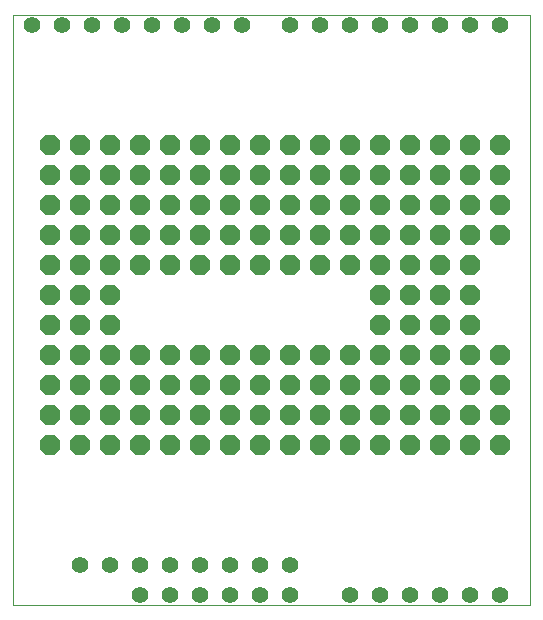
<source format=gbl>
G75*
G70*
%OFA0B0*%
%FSLAX24Y24*%
%IPPOS*%
%LPD*%
%AMOC8*
5,1,8,0,0,1.08239X$1,22.5*
%
%ADD10C,0.0000*%
%ADD11C,0.0550*%
%ADD12OC8,0.0669*%
D10*
X011436Y001147D02*
X011436Y020827D01*
X028686Y020827D01*
X028686Y001147D01*
X011436Y001147D01*
D11*
X013686Y002487D03*
X014686Y002487D03*
X015686Y002487D03*
X016686Y002487D03*
X017686Y002487D03*
X018686Y002487D03*
X019686Y002487D03*
X020686Y002487D03*
X020686Y001487D03*
X019686Y001487D03*
X018686Y001487D03*
X017686Y001487D03*
X016686Y001487D03*
X015686Y001487D03*
X022686Y001487D03*
X023686Y001487D03*
X024686Y001487D03*
X025686Y001487D03*
X026686Y001487D03*
X027686Y001487D03*
X027686Y020487D03*
X026686Y020487D03*
X025686Y020487D03*
X024686Y020487D03*
X023686Y020487D03*
X022686Y020487D03*
X021686Y020487D03*
X020686Y020487D03*
X019086Y020487D03*
X018086Y020487D03*
X017086Y020487D03*
X016086Y020487D03*
X015086Y020487D03*
X014086Y020487D03*
X013086Y020487D03*
X012086Y020487D03*
D12*
X012686Y016487D03*
X013686Y016487D03*
X014686Y016487D03*
X015686Y016487D03*
X016686Y016487D03*
X017686Y016487D03*
X018686Y016487D03*
X019686Y016487D03*
X020686Y016487D03*
X021686Y016487D03*
X022686Y016487D03*
X023686Y016487D03*
X024686Y016487D03*
X025686Y016487D03*
X026686Y016487D03*
X027686Y016487D03*
X027686Y015487D03*
X026686Y015487D03*
X025686Y015487D03*
X024686Y015487D03*
X023686Y015487D03*
X022686Y015487D03*
X021686Y015487D03*
X020686Y015487D03*
X019686Y015487D03*
X018686Y015487D03*
X017686Y015487D03*
X016686Y015487D03*
X015686Y015487D03*
X014686Y015487D03*
X013686Y015487D03*
X012686Y015487D03*
X012686Y014487D03*
X013686Y014487D03*
X014686Y014487D03*
X015686Y014487D03*
X016686Y014487D03*
X017686Y014487D03*
X018686Y014487D03*
X019686Y014487D03*
X020686Y014487D03*
X021686Y014487D03*
X022686Y014487D03*
X023686Y014487D03*
X024686Y014487D03*
X025686Y014487D03*
X026686Y014487D03*
X027686Y014487D03*
X027686Y013487D03*
X026686Y013487D03*
X025686Y013487D03*
X024686Y013487D03*
X023686Y013487D03*
X022686Y013487D03*
X021686Y013487D03*
X020686Y013487D03*
X019686Y013487D03*
X018686Y013487D03*
X017686Y013487D03*
X016686Y013487D03*
X015686Y013487D03*
X014686Y013487D03*
X013686Y013487D03*
X012686Y013487D03*
X012686Y012487D03*
X013686Y012487D03*
X014686Y012487D03*
X015686Y012487D03*
X016686Y012487D03*
X017686Y012487D03*
X018686Y012487D03*
X019686Y012487D03*
X020686Y012487D03*
X021686Y012487D03*
X022686Y012487D03*
X023686Y012487D03*
X024686Y012487D03*
X025686Y012487D03*
X026686Y012487D03*
X026686Y011487D03*
X025686Y011487D03*
X024686Y011487D03*
X023686Y011487D03*
X023686Y010487D03*
X024686Y010487D03*
X025686Y010487D03*
X026686Y010487D03*
X026686Y009487D03*
X027686Y009487D03*
X027686Y008487D03*
X026686Y008487D03*
X025686Y008487D03*
X024686Y008487D03*
X024686Y009487D03*
X025686Y009487D03*
X023686Y009487D03*
X022686Y009487D03*
X021686Y009487D03*
X020686Y009487D03*
X019686Y009487D03*
X018686Y009487D03*
X017686Y009487D03*
X016686Y009487D03*
X015686Y009487D03*
X014686Y009487D03*
X013686Y009487D03*
X013686Y010487D03*
X014686Y010487D03*
X014686Y011487D03*
X013686Y011487D03*
X012686Y011487D03*
X012686Y010487D03*
X012686Y009487D03*
X012686Y008487D03*
X013686Y008487D03*
X014686Y008487D03*
X015686Y008487D03*
X016686Y008487D03*
X017686Y008487D03*
X018686Y008487D03*
X019686Y008487D03*
X020686Y008487D03*
X021686Y008487D03*
X022686Y008487D03*
X023686Y008487D03*
X023686Y007487D03*
X022686Y007487D03*
X021686Y007487D03*
X020686Y007487D03*
X019686Y007487D03*
X018686Y007487D03*
X017686Y007487D03*
X016686Y007487D03*
X015686Y007487D03*
X014686Y007487D03*
X013686Y007487D03*
X012686Y007487D03*
X012686Y006487D03*
X013686Y006487D03*
X014686Y006487D03*
X015686Y006487D03*
X016686Y006487D03*
X017686Y006487D03*
X018686Y006487D03*
X019686Y006487D03*
X020686Y006487D03*
X021686Y006487D03*
X022686Y006487D03*
X023686Y006487D03*
X024686Y006487D03*
X025686Y006487D03*
X025686Y007487D03*
X024686Y007487D03*
X026686Y007487D03*
X027686Y007487D03*
X027686Y006487D03*
X026686Y006487D03*
M02*

</source>
